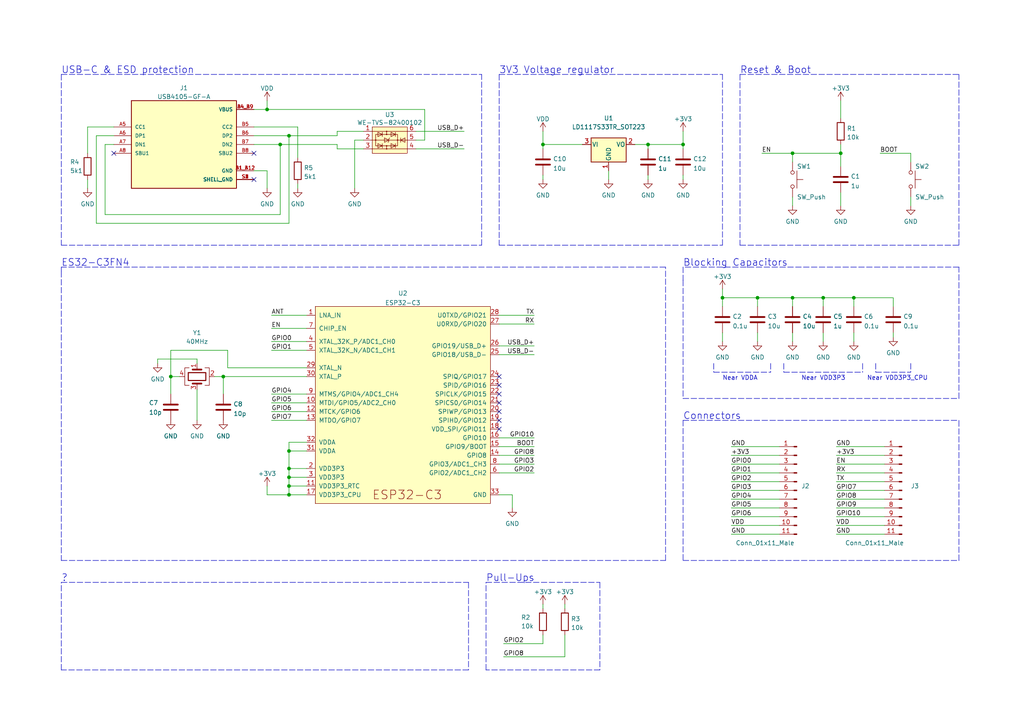
<source format=kicad_sch>
(kicad_sch (version 20211123) (generator eeschema)
  (paper "A4")
  (title_block (title "ESP32-C3 Nano") (date "2022-05-26") (rev "1") (comment 1 "External 10k pull-up on GPIO8 & GPIO2") (comment 2 "Internal weak pull-up on GPIO9 (BOOT)"))
  (lib_symbols
    (symbol "Connector:Conn_01x11_Male" (pin_names (offset 1.016) hide)
      (property "Reference" "J" (at 0 15.24 0))
      (property "Value" "Conn_01x11_Male" (at 0 -15.24 0))
      (symbol "Conn_01x11_Male_1_1"
        (polyline (pts (xy 1.27 -12.7) (xy 0.8636 -12.7)) (stroke (width 0.1524)))
        (polyline (pts (xy 1.27 -10.16) (xy 0.8636 -10.16)) (stroke (width 0.1524)))
        (polyline (pts (xy 1.27 -7.62) (xy 0.8636 -7.62)) (stroke (width 0.1524)))
        (polyline (pts (xy 1.27 -5.08) (xy 0.8636 -5.08)) (stroke (width 0.1524)))
        (polyline (pts (xy 1.27 -2.54) (xy 0.8636 -2.54)) (stroke (width 0.1524)))
        (polyline (pts (xy 1.27 0) (xy 0.8636 0)) (stroke (width 0.1524)))
        (polyline (pts (xy 1.27 2.54) (xy 0.8636 2.54)) (stroke (width 0.1524)))
        (polyline (pts (xy 1.27 5.08) (xy 0.8636 5.08)) (stroke (width 0.1524)))
        (polyline (pts (xy 1.27 7.62) (xy 0.8636 7.62)) (stroke (width 0.1524)))
        (polyline (pts (xy 1.27 10.16) (xy 0.8636 10.16)) (stroke (width 0.1524)))
        (polyline (pts (xy 1.27 12.7) (xy 0.8636 12.7)) (stroke (width 0.1524)))
        (rectangle (start 0.8636 -12.573) (end 0 -12.827) (stroke (width 0.1524)) (fill (type outline)))
        (rectangle (start 0.8636 -10.033) (end 0 -10.287) (stroke (width 0.1524)) (fill (type outline)))
        (rectangle (start 0.8636 -7.493) (end 0 -7.747) (stroke (width 0.1524)) (fill (type outline)))
        (rectangle (start 0.8636 -4.953) (end 0 -5.207) (stroke (width 0.1524)) (fill (type outline)))
        (rectangle (start 0.8636 -2.413) (end 0 -2.667) (stroke (width 0.1524)) (fill (type outline)))
        (rectangle (start 0.8636 0.127) (end 0 -0.127) (stroke (width 0.1524)) (fill (type outline)))
        (rectangle (start 0.8636 2.667) (end 0 2.413) (stroke (width 0.1524)) (fill (type outline)))
        (rectangle (start 0.8636 5.207) (end 0 4.953) (stroke (width 0.1524)) (fill (type outline)))
        (rectangle (start 0.8636 7.747) (end 0 7.493) (stroke (width 0.1524)) (fill (type outline)))
        (rectangle (start 0.8636 10.287) (end 0 10.033) (stroke (width 0.1524)) (fill (type outline)))
        (rectangle (start 0.8636 12.827) (end 0 12.573) (stroke (width 0.1524)) (fill (type outline)))
        (pin passive line (at 5.08 12.7 180) (length 3.81) (name "Pin_1") (number "1"))
        (pin passive line (at 5.08 -10.16 180) (length 3.81) (name "Pin_10") (number "10"))
        (pin passive line (at 5.08 -12.7 180) (length 3.81) (name "Pin_11") (number "11"))
        (pin passive line (at 5.08 10.16 180) (length 3.81) (name "Pin_2") (number "2"))
        (pin passive line (at 5.08 7.62 180) (length 3.81) (name "Pin_3") (number "3"))
        (pin passive line (at 5.08 5.08 180) (length 3.81) (name "Pin_4") (number "4"))
        (pin passive line (at 5.08 2.54 180) (length 3.81) (name "Pin_5") (number "5"))
        (pin passive line (at 5.08 0 180) (length 3.81) (name "Pin_6") (number "6"))
        (pin passive line (at 5.08 -2.54 180) (length 3.81) (name "Pin_7") (number "7"))
        (pin passive line (at 5.08 -5.08 180) (length 3.81) (name "Pin_8") (number "8"))
        (pin passive line (at 5.08 -7.62 180) (length 3.81) (name "Pin_9") (number "9"))
      )
    )
    (symbol "Device:C" (pin_numbers hide) (pin_names (offset 0.254))
      (property "Reference" "C" (at 0.635 2.54 0))
      (property "Value" "C" (at 0.635 -2.54 0))
      (symbol "C_0_1"
        (polyline (pts (xy -2.032 -0.762) (xy 2.032 -0.762)) (stroke (width 0.508)))
        (polyline (pts (xy -2.032 0.762) (xy 2.032 0.762)) (stroke (width 0.508)))
      )
      (symbol "C_1_1"
        (pin passive line (at 0 3.81 270) (length 2.794) (name "~") (number "1"))
        (pin passive line (at 0 -3.81 90) (length 2.794) (name "~") (number "2"))
      )
    )
    (symbol "Device:Crystal_GND24" (pin_names (offset 1.016) hide)
      (property "Reference" "Y" (at 3.175 5.08 0))
      (property "Value" "Crystal_GND24" (at 3.175 3.175 0))
      (symbol "Crystal_GND24_0_1"
        (rectangle (start -1.143 2.54) (end 1.143 -2.54) (stroke (width 0.3048)))
        (polyline (pts (xy -2.54 0) (xy -2.032 0)))
        (polyline (pts (xy -2.032 -1.27) (xy -2.032 1.27)) (stroke (width 0.508)))
        (polyline (pts (xy 0 -3.81) (xy 0 -3.556)))
        (polyline (pts (xy 0 3.556) (xy 0 3.81)))
        (polyline (pts (xy 2.032 -1.27) (xy 2.032 1.27)) (stroke (width 0.508)))
        (polyline (pts (xy 2.032 0) (xy 2.54 0)))
        (polyline (pts (xy -2.54 -2.286) (xy -2.54 -3.556) (xy 2.54 -3.556) (xy 2.54 -2.286)))
        (polyline (pts (xy -2.54 2.286) (xy -2.54 3.556) (xy 2.54 3.556) (xy 2.54 2.286)))
      )
      (symbol "Crystal_GND24_1_1"
        (pin passive line (at -3.81 0 0) (length 1.27) (name "1") (number "1"))
        (pin passive line (at 0 5.08 270) (length 1.27) (name "2") (number "2"))
        (pin passive line (at 3.81 0 180) (length 1.27) (name "3") (number "3"))
        (pin passive line (at 0 -5.08 90) (length 1.27) (name "4") (number "4"))
      )
    )
    (symbol "Device:R" (pin_numbers hide) (pin_names (offset 0))
      (property "Reference" "R" (at 2.032 0 90))
      (property "Value" "R" (at 0 0 90))
      (symbol "R_0_1"
        (rectangle (start -1.016 -2.54) (end 1.016 2.54) (stroke (width 0.254)))
      )
      (symbol "R_1_1"
        (pin passive line (at 0 3.81 270) (length 1.27) (name "~") (number "1"))
        (pin passive line (at 0 -3.81 90) (length 1.27) (name "~") (number "2"))
      )
    )
    (symbol "Espressif:ESP32-C3" (pin_names (offset 1.016))
      (property "Reference" "U" (at 0 31.75 0))
      (property "Value" "ESP32-C3" (at 0 -27.94 0))
      (symbol "ESP32-C3_0_0"
        (text "ESP32-C3" (at 1.27 -24.13 0) (effects (font (size 2.54 2.54))))
        (pin bidirectional line (at -27.94 27.94 0) (length 2.54) (name "LNA_IN") (number "1"))
        (pin bidirectional line (at -27.94 2.54 0) (length 2.54) (name "MTDI/GPIO5/ADC2_CH0") (number "10"))
        (pin power_in line (at -27.94 -21.59 0) (length 2.54) (name "VDD3P3_RTC") (number "11"))
        (pin bidirectional line (at -27.94 0 0) (length 2.54) (name "MTCK/GPIO6") (number "12"))
        (pin bidirectional line (at -27.94 -2.54 0) (length 2.54) (name "MTDO/GPIO7") (number "13"))
        (pin bidirectional line (at 27.94 -12.7 180) (length 2.54) (name "GPIO8") (number "14"))
        (pin bidirectional line (at 27.94 -10.16 180) (length 2.54) (name "GPIO9/BOOT") (number "15"))
        (pin bidirectional line (at 27.94 -7.62 180) (length 2.54) (name "GPIO10") (number "16"))
        (pin power_in line (at -27.94 -24.13 0) (length 2.54) (name "VDD3P3_CPU") (number "17"))
        (pin bidirectional line (at 27.94 -5.08 180) (length 2.54) (name "VDD_SPI/GPIO11") (number "18"))
        (pin bidirectional line (at 27.94 -2.54 180) (length 2.54) (name "SPIHD/GPIO12") (number "19"))
        (pin power_in line (at -27.94 -16.51 0) (length 2.54) (name "VDD3P3") (number "2"))
        (pin bidirectional line (at 27.94 0 180) (length 2.54) (name "SPIWP/GPIO13") (number "20"))
        (pin bidirectional line (at 27.94 2.54 180) (length 2.54) (name "SPICS0/GPIO14") (number "21"))
        (pin bidirectional line (at 27.94 5.08 180) (length 2.54) (name "SPICLK/GPIO15") (number "22"))
        (pin bidirectional line (at 27.94 7.62 180) (length 2.54) (name "SPID/GPIO16") (number "23"))
        (pin bidirectional line (at 27.94 10.16 180) (length 2.54) (name "SPIQ/GPIO17") (number "24"))
        (pin bidirectional line (at 27.94 16.51 180) (length 2.54) (name "GPIO18/USB_D-") (number "25"))
        (pin bidirectional line (at 27.94 19.05 180) (length 2.54) (name "GPIO19/USB_D+") (number "26"))
        (pin bidirectional line (at 27.94 25.4 180) (length 2.54) (name "U0RXD/GPIO20") (number "27"))
        (pin bidirectional line (at 27.94 27.94 180) (length 2.54) (name "U0TXD/GPIO21") (number "28"))
        (pin output line (at -27.94 12.7 0) (length 2.54) (name "XTAL_N") (number "29"))
        (pin power_in line (at -27.94 -19.05 0) (length 2.54) (name "VDD3P3") (number "3"))
        (pin input line (at -27.94 10.16 0) (length 2.54) (name "XTAL_P") (number "30"))
        (pin power_in line (at -27.94 -11.43 0) (length 2.54) (name "VDDA") (number "31"))
        (pin power_in line (at -27.94 -8.89 0) (length 2.54) (name "VDDA") (number "32"))
        (pin power_in line (at 27.94 -24.13 180) (length 2.54) (name "GND") (number "33"))
        (pin output line (at -27.94 20.32 0) (length 2.54) (name "XTAL_32K_P/ADC1_CH0") (number "4"))
        (pin input line (at -27.94 17.78 0) (length 2.54) (name "XTAL_32K_N/ADC1_CH1") (number "5"))
        (pin bidirectional line (at 27.94 -17.78 180) (length 2.54) (name "GPIO2/ADC1_CH2") (number "6"))
        (pin input line (at -27.94 24.13 0) (length 2.54) (name "CHIP_EN") (number "7"))
        (pin bidirectional line (at 27.94 -15.24 180) (length 2.54) (name "GPIO3/ADC1_CH3") (number "8"))
        (pin bidirectional line (at -27.94 5.08 0) (length 2.54) (name "MTMS/GPIO4/ADC1_CH4") (number "9"))
      )
      (symbol "ESP32-C3_0_1"
        (rectangle (start -25.4 30.48) (end 25.4 -26.67) (fill (type background)))
      )
    )
    (symbol "Power_Protection:WE-TVS-82400102"
      (property "Reference" "U" (at 0 7.62 0))
      (property "Value" "WE-TVS-82400102" (at 0 5.08 0))
      (symbol "WE-TVS-82400102_0_1"
        (rectangle (start -5.08 3.81) (end 5.08 -3.81) (fill (type background)))
        (circle (center -4.064 0) (radius 0.127))
        (rectangle (start -4.064 1.651) (end 2.286 -1.651))
        (circle (center -0.889 -2.54) (radius 0.127))
        (circle (center -0.889 -1.651) (radius 0.127))
        (circle (center -0.889 1.651) (radius 0.127))
        (circle (center -0.889 2.54) (radius 0.127))
        (polyline (pts (xy -5.08 -2.54) (xy 5.08 -2.54)))
        (polyline (pts (xy -5.08 2.54) (xy 5.08 2.54)))
        (polyline (pts (xy -4.064 0) (xy -5.08 0)))
        (polyline (pts (xy -4.064 0) (xy 2.286 0)) (fill (type outline)))
        (polyline (pts (xy -2.159 -1.016) (xy -2.159 -2.286)))
        (polyline (pts (xy -2.159 2.286) (xy -2.159 1.016)))
        (polyline (pts (xy -0.889 -1.651) (xy -0.889 -2.413)))
        (polyline (pts (xy -0.889 1.651) (xy -0.889 2.54)))
        (polyline (pts (xy -0.508 -0.635) (xy -0.508 -0.635)))
        (polyline (pts (xy 1.651 -1.016) (xy 1.651 -2.286)))
        (polyline (pts (xy 1.651 2.286) (xy 1.651 1.016)))
        (polyline (pts (xy 2.286 0) (xy 5.08 0)))
        (polyline (pts (xy -3.429 -1.016) (xy -3.429 -2.286) (xy -2.159 -1.651) (xy -3.429 -1.016)))
        (polyline (pts (xy -3.429 1.016) (xy -3.429 2.286) (xy -2.159 1.651) (xy -3.429 1.016)))
        (polyline (pts (xy 0 0.635) (xy -0.254 0.381) (xy -0.254 -0.381) (xy -0.508 -0.635)))
        (polyline (pts (xy 0.381 -1.016) (xy 0.381 -2.286) (xy 1.651 -1.651) (xy 0.381 -1.016)))
        (polyline (pts (xy 0.381 1.016) (xy 0.381 2.286) (xy 1.651 1.651) (xy 0.381 1.016)))
        (circle (center 2.286 0) (radius 0.127))
      )
      (symbol "WE-TVS-82400102_1_1"
        (polyline (pts (xy 3.175 0.635) (xy 3.175 -0.635)))
        (polyline (pts (xy -1.524 0.635) (xy -1.524 -0.635) (xy -0.254 0) (xy -1.524 0.635)))
        (polyline (pts (xy 4.445 0.635) (xy 4.445 -0.635) (xy 3.175 0) (xy 4.445 0.635)))
        (pin passive line (at -7.62 2.54 0) (length 2.54) (name "~") (number "1"))
        (pin passive line (at -7.62 0 0) (length 2.54) (name "~") (number "2"))
        (pin passive line (at -7.62 -2.54 0) (length 2.54) (name "~") (number "3"))
        (pin passive line (at 7.62 -2.54 180) (length 2.54) (name "~") (number "4"))
        (pin passive line (at 7.62 0 180) (length 2.54) (name "~") (number "5"))
        (pin passive line (at 7.62 2.54 180) (length 2.54) (name "~") (number "6"))
      )
    )
    (symbol "Regulator_Linear:LD1117S33TR_SOT223" (pin_names (offset 0.254))
      (property "Reference" "U" (at -3.81 3.175 0))
      (property "Value" "LD1117S33TR_SOT223" (at 0 3.175 0))
      (symbol "LD1117S33TR_SOT223_0_1"
        (rectangle (start -5.08 -5.08) (end 5.08 1.905) (stroke (width 0.254)) (fill (type background)))
      )
      (symbol "LD1117S33TR_SOT223_1_1"
        (pin power_in line (at 0 -7.62 90) (length 2.54) (name "GND") (number "1"))
        (pin power_out line (at 7.62 0 180) (length 2.54) (name "VO") (number "2"))
        (pin power_in line (at -7.62 0 0) (length 2.54) (name "VI") (number "3"))
      )
    )
    (symbol "Switch:SW_Push" (pin_numbers hide) (pin_names (offset 1.016) hide)
      (property "Reference" "SW" (at 1.27 2.54 0))
      (property "Value" "SW_Push" (at 0 -1.524 0))
      (symbol "SW_Push_0_1"
        (circle (center -2.032 0) (radius 0.508))
        (polyline (pts (xy 0 1.27) (xy 0 3.048)))
        (polyline (pts (xy 2.54 1.27) (xy -2.54 1.27)))
        (circle (center 2.032 0) (radius 0.508))
        (pin passive line (at -5.08 0 0) (length 2.54) (name "1") (number "1"))
        (pin passive line (at 5.08 0 180) (length 2.54) (name "2") (number "2"))
      )
    )
    (symbol "USB4105-GF-A:USB4105-GF-A" (pin_names (offset 1.016))
      (property "Reference" "J" (at -15.24 13.97 0))
      (property "Value" "USB4105-GF-A" (at -15.24 -15.24 0))
      (symbol "USB4105-GF-A_0_0"
        (rectangle (start -15.24 -12.7) (end 15.24 12.7) (stroke (width 0.254)) (fill (type background)))
        (pin power_in line (at 20.32 -7.62 180) (length 5.08) (name "GND") (number "A1_B12"))
        (pin power_in line (at 20.32 10.16 180) (length 5.08) (name "VBUS") (number "A4_B9"))
        (pin bidirectional line (at -20.32 5.08 0) (length 5.08) (name "CC1") (number "A5"))
        (pin bidirectional line (at -20.32 2.54 0) (length 5.08) (name "DP1") (number "A6"))
        (pin bidirectional line (at -20.32 0 0) (length 5.08) (name "DN1") (number "A7"))
        (pin bidirectional line (at -20.32 -2.54 0) (length 5.08) (name "SBU1") (number "A8"))
        (pin power_in line (at 20.32 -7.62 180) (length 5.08) (name "GND") (number "B1_A12"))
        (pin power_in line (at 20.32 10.16 180) (length 5.08) (name "VBUS") (number "B4_A9"))
        (pin bidirectional line (at 20.32 5.08 180) (length 5.08) (name "CC2") (number "B5"))
        (pin bidirectional line (at 20.32 2.54 180) (length 5.08) (name "DP2") (number "B6"))
        (pin bidirectional line (at 20.32 0 180) (length 5.08) (name "DN2") (number "B7"))
        (pin bidirectional line (at 20.32 -2.54 180) (length 5.08) (name "SBU2") (number "B8"))
        (pin power_in line (at 20.32 -10.16 180) (length 5.08) (name "SHELL_GND") (number "S1"))
        (pin power_in line (at 20.32 -10.16 180) (length 5.08) (name "SHELL_GND") (number "S2"))
        (pin power_in line (at 20.32 -10.16 180) (length 5.08) (name "SHELL_GND") (number "S3"))
        (pin power_in line (at 20.32 -10.16 180) (length 5.08) (name "SHELL_GND") (number "S4"))
      )
    )
    (symbol "power:+3V3" (power) (pin_names (offset 0))
      (property "Value" "+3V3" (at 0 3.556 0))
      (symbol "+3V3_0_1"
        (polyline (pts (xy -0.762 1.27) (xy 0 2.54)))
        (polyline (pts (xy 0 0) (xy 0 2.54)))
        (polyline (pts (xy 0 2.54) (xy 0.762 1.27)))
      )
      (symbol "+3V3_1_1"
        (pin power_in line (at 0 0 90) (length 0) hide (name "+3V3") (number "1"))
      )
    )
    (symbol "power:GND" (power) (pin_names (offset 0))
      (property "Value" "GND" (at 0 -3.81 0))
      (symbol "GND_0_1"
        (polyline (pts (xy 0 0) (xy 0 -1.27) (xy 1.27 -1.27) (xy 0 -2.54) (xy -1.27 -1.27) (xy 0 -1.27)))
      )
      (symbol "GND_1_1"
        (pin power_in line (at 0 0 270) (length 0) hide (name "GND") (number "1"))
      )
    )
    (symbol "power:VDD" (power) (pin_names (offset 0))
      (property "Value" "VDD" (at 0 3.81 0))
      (symbol "VDD_0_1"
        (polyline (pts (xy -0.762 1.27) (xy 0 2.54)))
        (polyline (pts (xy 0 0) (xy 0 2.54)))
        (polyline (pts (xy 0 2.54) (xy 0.762 1.27)))
      )
      (symbol "VDD_1_1"
        (pin power_in line (at 0 0 90) (length 0) hide (name "VDD") (number "1"))
      )
    )
  )
  (junction (at 157.48 41.91))
  (junction (at 83.82 135.89))
  (junction (at 229.87 86.36))
  (junction (at 238.76 86.36))
  (junction (at 219.71 86.36))
  (junction (at 81.28 41.91))
  (junction (at 83.82 39.37))
  (junction (at 187.96 41.91))
  (junction (at 77.47 31.75))
  (junction (at 64.77 109.22))
  (junction (at 198.12 41.91))
  (junction (at 247.65 86.36))
  (junction (at 83.82 130.81))
  (junction (at 243.84 44.45))
  (junction (at 49.53 109.22))
  (junction (at 229.87 44.45))
  (junction (at 209.55 86.36))
  (junction (at 83.82 138.43))
  (junction (at 83.82 140.97))
  (junction (at 83.82 143.51))
  (no_connect (at 144.78 121.92))
  (no_connect (at 33.02 44.45))
  (no_connect (at 73.66 52.07))
  (no_connect (at 73.66 44.45))
  (no_connect (at 144.78 111.76))
  (no_connect (at 144.78 116.84))
  (no_connect (at 144.78 119.38))
  (no_connect (at 144.78 114.3))
  (no_connect (at 144.78 109.22))
  (no_connect (at 144.78 124.46))
  (wire (pts (xy 77.47 49.53) (xy 73.66 49.53)))
  (wire (pts (xy 242.57 142.24) (xy 256.54 142.24)))
  (wire (pts (xy 83.82 128.27) (xy 83.82 130.81)))
  (wire (pts (xy 77.47 143.51) (xy 83.82 143.51)))
  (polyline (pts (xy 223.52 105.41) (xy 223.52 107.95)))
  (wire (pts (xy 229.87 86.36) (xy 229.87 88.9)))
  (polyline (pts (xy 17.78 71.12) (xy 139.7 71.12)))
  (wire (pts (xy 25.4 52.07) (xy 25.4 54.61)))
  (wire (pts (xy 86.36 53.34) (xy 86.36 54.61)))
  (polyline (pts (xy 135.89 194.31) (xy 17.78 194.31)))
  (polyline (pts (xy 207.01 107.95) (xy 223.52 107.95)))
  (wire (pts (xy 88.9 143.51) (xy 83.82 143.51)))
  (wire (pts (xy 77.47 140.97) (xy 77.47 143.51)))
  (wire (pts (xy 83.82 135.89) (xy 83.82 138.43)))
  (wire (pts (xy 97.79 39.37) (xy 97.79 38.1)))
  (wire (pts (xy 64.77 109.22) (xy 64.77 114.3)))
  (wire (pts (xy 86.36 45.72) (xy 86.36 36.83)))
  (polyline (pts (xy 278.13 77.47) (xy 198.12 77.47)))
  (wire (pts (xy 212.09 144.78) (xy 226.06 144.78)))
  (polyline (pts (xy 139.7 71.12) (xy 139.7 21.59)))
  (wire (pts (xy 157.48 38.1) (xy 157.48 41.91)))
  (wire (pts (xy 157.48 41.91) (xy 157.48 43.18)))
  (polyline (pts (xy 254 107.95) (xy 264.16 107.95)))
  (wire (pts (xy 242.57 132.08) (xy 256.54 132.08)))
  (wire (pts (xy 242.57 137.16) (xy 256.54 137.16)))
  (wire (pts (xy 144.78 102.87) (xy 154.94 102.87)))
  (wire (pts (xy 259.08 86.36) (xy 259.08 88.9)))
  (polyline (pts (xy 198.12 121.92) (xy 198.12 162.56)))
  (wire (pts (xy 259.08 96.52) (xy 259.08 97.79)))
  (polyline (pts (xy 214.63 71.12) (xy 278.13 71.12)))
  (wire (pts (xy 238.76 96.52) (xy 238.76 99.06)))
  (polyline (pts (xy 17.78 162.56) (xy 193.04 162.56)))
  (polyline (pts (xy 209.55 71.12) (xy 209.55 21.59)))
  (wire (pts (xy 209.55 88.9) (xy 209.55 86.36)))
  (polyline (pts (xy 227.33 107.95) (xy 250.19 107.95)))
  (polyline (pts (xy 198.12 81.28) (xy 198.12 115.57)))
  (polyline (pts (xy 198.12 77.47) (xy 198.12 81.28)))
  (wire (pts (xy 148.59 143.51) (xy 144.78 143.51)))
  (wire (pts (xy 157.48 41.91) (xy 168.91 41.91)))
  (wire (pts (xy 66.04 106.68) (xy 66.04 101.6)))
  (wire (pts (xy 49.53 109.22) (xy 49.53 114.3)))
  (wire (pts (xy 209.55 86.36) (xy 219.71 86.36)))
  (polyline (pts (xy 198.12 121.92) (xy 278.13 121.92)))
  (wire (pts (xy 242.57 129.54) (xy 256.54 129.54)))
  (wire (pts (xy 33.02 39.37) (xy 27.94 39.37)))
  (wire (pts (xy 120.65 38.1) (xy 134.62 38.1)))
  (wire (pts (xy 123.19 31.75) (xy 123.19 40.64)))
  (wire (pts (xy 247.65 86.36) (xy 247.65 88.9)))
  (polyline (pts (xy 17.78 77.47) (xy 17.78 78.74)))
  (wire (pts (xy 33.02 41.91) (xy 30.48 41.91)))
  (wire (pts (xy 242.57 154.94) (xy 256.54 154.94)))
  (wire (pts (xy 209.55 83.82) (xy 209.55 86.36)))
  (wire (pts (xy 212.09 142.24) (xy 226.06 142.24)))
  (wire (pts (xy 163.83 184.15) (xy 163.83 190.5)))
  (wire (pts (xy 78.74 121.92) (xy 88.9 121.92)))
  (wire (pts (xy 212.09 152.4) (xy 226.06 152.4)))
  (wire (pts (xy 187.96 50.8) (xy 187.96 52.07)))
  (wire (pts (xy 255.27 44.45) (xy 264.16 44.45)))
  (wire (pts (xy 25.4 36.83) (xy 33.02 36.83)))
  (wire (pts (xy 73.66 39.37) (xy 83.82 39.37)))
  (wire (pts (xy 78.74 99.06) (xy 88.9 99.06)))
  (wire (pts (xy 242.57 149.86) (xy 256.54 149.86)))
  (wire (pts (xy 219.71 96.52) (xy 219.71 99.06)))
  (polyline (pts (xy 193.04 162.56) (xy 193.04 77.47)))
  (wire (pts (xy 62.23 109.22) (xy 64.77 109.22)))
  (wire (pts (xy 81.28 41.91) (xy 81.28 62.23)))
  (polyline (pts (xy 140.97 168.91) (xy 173.99 168.91)))
  (polyline (pts (xy 254 105.41) (xy 254 107.95)))
  (wire (pts (xy 264.16 44.45) (xy 264.16 46.99)))
  (wire (pts (xy 198.12 38.1) (xy 198.12 41.91)))
  (wire (pts (xy 25.4 44.45) (xy 25.4 36.83)))
  (wire (pts (xy 242.57 139.7) (xy 256.54 139.7)))
  (wire (pts (xy 157.48 186.69) (xy 157.48 184.15)))
  (wire (pts (xy 247.65 96.52) (xy 247.65 99.06)))
  (wire (pts (xy 57.15 105.41) (xy 57.15 104.14)))
  (wire (pts (xy 78.74 91.44) (xy 88.9 91.44)))
  (wire (pts (xy 243.84 55.88) (xy 243.84 59.69)))
  (wire (pts (xy 30.48 62.23) (xy 81.28 62.23)))
  (polyline (pts (xy 173.99 168.91) (xy 173.99 194.31)))
  (wire (pts (xy 212.09 139.7) (xy 226.06 139.7)))
  (polyline (pts (xy 17.78 21.59) (xy 17.78 71.12)))
  (wire (pts (xy 105.41 40.64) (xy 102.87 40.64)))
  (wire (pts (xy 97.79 41.91) (xy 81.28 41.91)))
  (polyline (pts (xy 17.78 78.74) (xy 17.78 162.56)))
  (wire (pts (xy 77.47 31.75) (xy 73.66 31.75)))
  (polyline (pts (xy 278.13 162.56) (xy 278.13 121.92)))
  (wire (pts (xy 66.04 106.68) (xy 88.9 106.68)))
  (polyline (pts (xy 144.78 21.59) (xy 144.78 71.12)))
  (wire (pts (xy 144.78 132.08) (xy 154.94 132.08)))
  (wire (pts (xy 247.65 86.36) (xy 259.08 86.36)))
  (wire (pts (xy 229.87 86.36) (xy 238.76 86.36)))
  (wire (pts (xy 144.78 100.33) (xy 154.94 100.33)))
  (polyline (pts (xy 135.89 168.91) (xy 135.89 194.31)))
  (wire (pts (xy 212.09 134.62) (xy 226.06 134.62)))
  (polyline (pts (xy 193.04 77.47) (xy 17.78 77.47)))
  (wire (pts (xy 57.15 104.14) (xy 45.72 104.14)))
  (wire (pts (xy 242.57 147.32) (xy 256.54 147.32)))
  (wire (pts (xy 163.83 190.5) (xy 146.05 190.5)))
  (wire (pts (xy 212.09 137.16) (xy 226.06 137.16)))
  (polyline (pts (xy 17.78 168.91) (xy 135.89 168.91)))
  (polyline (pts (xy 198.12 115.57) (xy 278.13 115.57)))
  (wire (pts (xy 144.78 137.16) (xy 154.94 137.16)))
  (wire (pts (xy 86.36 36.83) (xy 73.66 36.83)))
  (polyline (pts (xy 207.01 105.41) (xy 207.01 107.95)))
  (polyline (pts (xy 214.63 21.59) (xy 278.13 21.59)))
  (wire (pts (xy 198.12 50.8) (xy 198.12 52.07)))
  (wire (pts (xy 49.53 101.6) (xy 49.53 109.22)))
  (wire (pts (xy 78.74 116.84) (xy 88.9 116.84)))
  (polyline (pts (xy 173.99 194.31) (xy 140.97 194.31)))
  (wire (pts (xy 57.15 113.03) (xy 57.15 121.92)))
  (wire (pts (xy 243.84 41.91) (xy 243.84 44.45)))
  (wire (pts (xy 219.71 86.36) (xy 229.87 86.36)))
  (wire (pts (xy 148.59 147.32) (xy 148.59 143.51)))
  (wire (pts (xy 187.96 41.91) (xy 187.96 43.18)))
  (wire (pts (xy 144.78 134.62) (xy 154.94 134.62)))
  (wire (pts (xy 242.57 152.4) (xy 256.54 152.4)))
  (polyline (pts (xy 144.78 21.59) (xy 209.55 21.59)))
  (wire (pts (xy 45.72 104.14) (xy 45.72 105.41)))
  (wire (pts (xy 83.82 39.37) (xy 97.79 39.37)))
  (wire (pts (xy 144.78 93.98) (xy 154.94 93.98)))
  (wire (pts (xy 212.09 147.32) (xy 226.06 147.32)))
  (wire (pts (xy 243.84 29.21) (xy 243.84 34.29)))
  (wire (pts (xy 229.87 96.52) (xy 229.87 99.06)))
  (wire (pts (xy 238.76 86.36) (xy 247.65 86.36)))
  (wire (pts (xy 220.98 44.45) (xy 229.87 44.45)))
  (wire (pts (xy 77.47 31.75) (xy 123.19 31.75)))
  (wire (pts (xy 144.78 129.54) (xy 154.94 129.54)))
  (wire (pts (xy 146.05 186.69) (xy 157.48 186.69)))
  (wire (pts (xy 83.82 135.89) (xy 88.9 135.89)))
  (wire (pts (xy 157.48 50.8) (xy 157.48 52.07)))
  (wire (pts (xy 243.84 44.45) (xy 243.84 48.26)))
  (wire (pts (xy 77.47 29.21) (xy 77.47 31.75)))
  (wire (pts (xy 83.82 138.43) (xy 88.9 138.43)))
  (wire (pts (xy 264.16 57.15) (xy 264.16 59.69)))
  (wire (pts (xy 78.74 119.38) (xy 88.9 119.38)))
  (wire (pts (xy 176.53 49.53) (xy 176.53 52.07)))
  (polyline (pts (xy 227.33 105.41) (xy 227.33 107.95)))
  (wire (pts (xy 120.65 43.18) (xy 134.62 43.18)))
  (wire (pts (xy 212.09 132.08) (xy 226.06 132.08)))
  (wire (pts (xy 157.48 175.26) (xy 157.48 176.53)))
  (polyline (pts (xy 144.78 71.12) (xy 209.55 71.12)))
  (wire (pts (xy 242.57 144.78) (xy 256.54 144.78)))
  (wire (pts (xy 144.78 91.44) (xy 154.94 91.44)))
  (wire (pts (xy 238.76 86.36) (xy 238.76 88.9)))
  (wire (pts (xy 97.79 43.18) (xy 97.79 41.91)))
  (wire (pts (xy 49.53 109.22) (xy 52.07 109.22)))
  (wire (pts (xy 30.48 41.91) (xy 30.48 62.23)))
  (wire (pts (xy 78.74 101.6) (xy 88.9 101.6)))
  (wire (pts (xy 229.87 44.45) (xy 229.87 46.99)))
  (wire (pts (xy 88.9 140.97) (xy 83.82 140.97)))
  (polyline (pts (xy 278.13 71.12) (xy 278.13 21.59)))
  (polyline (pts (xy 264.16 105.41) (xy 264.16 107.95)))
  (wire (pts (xy 242.57 134.62) (xy 256.54 134.62)))
  (polyline (pts (xy 214.63 21.59) (xy 214.63 71.12)))
  (wire (pts (xy 212.09 149.86) (xy 226.06 149.86)))
  (wire (pts (xy 123.19 40.64) (xy 120.65 40.64)))
  (wire (pts (xy 78.74 95.25) (xy 88.9 95.25)))
  (wire (pts (xy 105.41 43.18) (xy 97.79 43.18)))
  (polyline (pts (xy 140.97 194.31) (xy 140.97 168.91)))
  (wire (pts (xy 83.82 130.81) (xy 83.82 135.89)))
  (wire (pts (xy 209.55 96.52) (xy 209.55 99.06)))
  (wire (pts (xy 187.96 41.91) (xy 184.15 41.91)))
  (wire (pts (xy 229.87 44.45) (xy 243.84 44.45)))
  (wire (pts (xy 198.12 41.91) (xy 198.12 43.18)))
  (wire (pts (xy 144.78 127) (xy 154.94 127)))
  (polyline (pts (xy 17.78 21.59) (xy 139.7 21.59)))
  (wire (pts (xy 77.47 54.61) (xy 77.47 49.53)))
  (wire (pts (xy 187.96 41.91) (xy 198.12 41.91)))
  (wire (pts (xy 163.83 175.26) (xy 163.83 176.53)))
  (polyline (pts (xy 278.13 115.57) (xy 278.13 77.47)))
  (polyline (pts (xy 250.19 105.41) (xy 250.19 107.95)))
  (wire (pts (xy 83.82 39.37) (xy 83.82 64.77)))
  (wire (pts (xy 83.82 128.27) (xy 88.9 128.27)))
  (wire (pts (xy 219.71 86.36) (xy 219.71 88.9)))
  (polyline (pts (xy 17.78 194.31) (xy 17.78 168.91)))
  (wire (pts (xy 229.87 57.15) (xy 229.87 59.69)))
  (wire (pts (xy 83.82 143.51) (xy 83.82 140.97)))
  (wire (pts (xy 83.82 138.43) (xy 83.82 140.97)))
  (wire (pts (xy 102.87 40.64) (xy 102.87 54.61)))
  (wire (pts (xy 97.79 38.1) (xy 105.41 38.1)))
  (polyline (pts (xy 198.12 162.56) (xy 278.13 162.56)))
  (wire (pts (xy 66.04 101.6) (xy 49.53 101.6)))
  (wire (pts (xy 27.94 39.37) (xy 27.94 64.77)))
  (wire (pts (xy 83.82 130.81) (xy 88.9 130.81)))
  (wire (pts (xy 73.66 41.91) (xy 81.28 41.91)))
  (wire (pts (xy 27.94 64.77) (xy 83.82 64.77)))
  (wire (pts (xy 78.74 114.3) (xy 88.9 114.3)))
  (wire (pts (xy 212.09 154.94) (xy 226.06 154.94)))
  (wire (pts (xy 212.09 129.54) (xy 226.06 129.54)))
  (wire (pts (xy 64.77 109.22) (xy 88.9 109.22)))
  (text "Near VDD3P3_CPU" (at 251.46 110.49 0) (effects (font (size 1.27 1.27)) (justify left bottom)))
  (text "Reset & Boot" (at 214.63 21.59 0) (effects (font (size 2 2)) (justify left bottom)))
  (text "ES32-C3FN4" (at 17.78 77.47 0) (effects (font (size 2 2)) (justify left bottom)))
  (text "?" (at 17.78 168.91 0) (effects (font (size 2 2)) (justify left bottom)))
  (text "Near VDDA" (at 209.55 110.49 0) (effects (font (size 1.27 1.27)) (justify left bottom)))
  (text "USB-C & ESD protection" (at 17.78 21.59 0) (effects (font (size 2 2)) (justify left bottom)))
  (text "Near VDD3P3" (at 232.41 110.49 0) (effects (font (size 1.27 1.27)) (justify left bottom)))
  (text "3V3 Voltage regulator" (at 144.78 21.59 0) (effects (font (size 2 2)) (justify left bottom)))
  (text "Pull-Ups" (at 140.97 168.91 0) (effects (font (size 2 2)) (justify left bottom)))
  (text "Blocking Capacitors" (at 198.12 77.47 0) (effects (font (size 2 2)) (justify left bottom)))
  (text "Connectors" (at 198.12 121.92 0) (effects (font (size 2 2)) (justify left bottom)))
  (label "GPIO0" (at 212.09 134.62 0))
  (label "GND" (at 242.57 154.94 0))
  (label "GPIO2" (at 146.05 186.69 0))
  (label "BOOT" (at 154.94 129.54 180))
  (label "EN" (at 78.74 95.25 0))
  (label "GPIO5" (at 78.74 116.84 0))
  (label "VDD" (at 242.57 152.4 0))
  (label "GPIO3" (at 154.94 134.62 180))
  (label "TX" (at 242.57 139.7 0))
  (label "GPIO5" (at 212.09 147.32 0))
  (label "GPIO1" (at 212.09 137.16 0))
  (label "+3V3" (at 242.57 132.08 0))
  (label "GND" (at 242.57 129.54 0))
  (label "RX" (at 242.57 137.16 0))
  (label "GPIO10" (at 154.94 127 180))
  (label "GPIO2" (at 154.94 137.16 180))
  (label "GPIO8" (at 154.94 132.08 180))
  (label "USB_D-" (at 134.62 43.18 180))
  (label "GND" (at 212.09 154.94 0))
  (label "GPIO7" (at 242.57 142.24 0))
  (label "GND" (at 212.09 129.54 0))
  (label "GPIO1" (at 78.74 101.6 0))
  (label "GPIO3" (at 212.09 142.24 0))
  (label "GPIO7" (at 78.74 121.92 0))
  (label "USB_D-" (at 154.94 102.87 180))
  (label "GPIO9" (at 242.57 147.32 0))
  (label "EN" (at 220.98 44.45 0))
  (label "ANT" (at 78.74 91.44 0))
  (label "+3V3" (at 212.09 132.08 0))
  (label "GPIO0" (at 78.74 99.06 0))
  (label "GPIO10" (at 242.57 149.86 0))
  (label "TX" (at 154.94 91.44 180))
  (label "USB_D+" (at 134.62 38.1 180))
  (label "GPIO2" (at 212.09 139.7 0))
  (label "GPIO4" (at 78.74 114.3 0))
  (label "GPIO4" (at 212.09 144.78 0))
  (label "BOOT" (at 255.27 44.45 0))
  (label "GPIO8" (at 242.57 144.78 0))
  (label "USB_D+" (at 154.94 100.33 180))
  (label "GPIO8" (at 146.05 190.5 0))
  (label "GPIO6" (at 212.09 149.86 0))
  (label "RX" (at 154.94 93.98 180))
  (label "EN" (at 242.57 134.62 0))
  (label "GPIO6" (at 78.74 119.38 0))
  (label "VDD" (at 212.09 152.4 0))
  (symbol (lib_id "Device:C") (at 243.84 52.07 0) (unit 1)
    (property "Reference" "C1" (at 246.761 51.1615 0) (effects (justify left)))
    (property "Value" "1u" (at 246.761 53.9366 0) (effects (justify left)))
    (property "Footprint" "Capacitor_SMD:C_0603_1608Metric" (effects hide))
  )
  (symbol (lib_id "Device:C") (at 187.96 46.99 0) (unit 1)
    (property "Reference" "C11" (at 190.881 46.0815 0) (effects (justify left)))
    (property "Value" "1u" (at 190.881 48.8566 0) (effects (justify left)))
    (property "Footprint" "Capacitor_SMD:C_0603_1608Metric" (effects hide))
  )
  (symbol (lib_id "power:+3V3") (at 77.47 140.97 0) (unit 1)
    (property "Reference" "#PWR03" (effects hide))
    (property "Value" "+3V3" (at 77.47 137.3655 0))
  )
  (symbol (lib_id "power:GND") (at 229.87 59.69 0) (unit 1)
    (property "Reference" "#PWR0111" (effects hide))
    (property "Value" "GND" (at 229.87 64.2525 0))
  )
  (symbol (lib_id "Device:R") (at 86.36 49.53 0) (unit 1)
    (property "Reference" "R5" (at 88.138 48.6953 0) (effects (justify left)))
    (property "Value" "5k1" (at 88.138 51.2322 0) (effects (justify left)))
    (property "Footprint" "Resistor_SMD:R_0603_1608Metric" (effects hide))
  )
  (symbol (lib_id "power:GND") (at 264.16 59.69 0) (unit 1)
    (property "Reference" "#PWR0112" (effects hide))
    (property "Value" "GND" (at 264.16 64.2525 0))
  )
  (symbol (lib_id "Device:R") (at 243.84 38.1 0) (unit 1)
    (property "Reference" "R1" (at 245.618 37.2653 0) (effects (justify left)))
    (property "Value" "10k" (at 245.618 39.8022 0) (effects (justify left)))
    (property "Footprint" "Resistor_SMD:R_0603_1608Metric" (effects hide))
  )
  (symbol (lib_id "Device:Crystal_GND24") (at 57.15 109.22 270) (unit 1)
    (property "Reference" "Y1" (at 57.15 96.52 90))
    (property "Value" "40MHz" (at 57.15 99.0631 90))
    (property "Footprint" "Crystal:Crystal_SMD_2016-4Pin_2.0x1.6mm" (effects hide))
  )
  (symbol (lib_id "power:GND") (at 57.15 121.92 0) (unit 1)
    (property "Reference" "#PWR0115" (effects hide))
    (property "Value" "GND" (at 57.15 126.4825 0))
  )
  (symbol (lib_id "power:GND") (at 229.87 99.06 0) (unit 1)
    (property "Reference" "#PWR06" (effects hide))
    (property "Value" "GND" (at 229.87 103.6225 0))
  )
  (symbol (lib_id "Device:C") (at 198.12 46.99 0) (unit 1)
    (property "Reference" "C12" (at 201.041 46.0815 0) (effects (justify left)))
    (property "Value" "10u" (at 201.041 48.8566 0) (effects (justify left)))
    (property "Footprint" "Capacitor_SMD:C_0603_1608Metric" (effects hide))
  )
  (symbol (lib_id "power:GND") (at 176.53 52.07 0) (unit 1)
    (property "Reference" "#PWR017" (effects hide))
    (property "Value" "GND" (at 176.53 56.6325 0))
  )
  (symbol (lib_id "Device:C") (at 219.71 92.71 0) (unit 1)
    (property "Reference" "C3" (at 222.631 91.8015 0) (effects (justify left)))
    (property "Value" "10u" (at 222.631 94.5766 0) (effects (justify left)))
    (property "Footprint" "Capacitor_SMD:C_0603_1608Metric" (effects hide))
  )
  (symbol (lib_id "power:GND") (at 259.08 97.79 0) (unit 1)
    (property "Reference" "#PWR016" (effects hide))
    (property "Value" "GND" (at 259.08 102.3525 0))
  )
  (symbol (lib_id "Device:C") (at 238.76 92.71 0) (unit 1)
    (property "Reference" "C5" (at 241.681 91.8015 0) (effects (justify left)))
    (property "Value" "1u" (at 241.681 94.5766 0) (effects (justify left)))
    (property "Footprint" "Capacitor_SMD:C_0603_1608Metric" (effects hide))
  )
  (symbol (lib_id "power:GND") (at 64.77 121.92 0) (unit 1)
    (property "Reference" "#PWR011" (effects hide))
    (property "Value" "GND" (at 64.77 126.4825 0))
  )
  (symbol (lib_id "power:+3V3") (at 198.12 38.1 0) (unit 1)
    (property "Reference" "#PWR0110" (effects hide))
    (property "Value" "+3V3" (at 198.12 34.4955 0))
  )
  (symbol (lib_id "power:GND") (at 209.55 99.06 0) (unit 1)
    (property "Reference" "#PWR04" (effects hide))
    (property "Value" "GND" (at 209.55 103.6225 0))
  )
  (symbol (lib_id "Device:C") (at 247.65 92.71 0) (unit 1)
    (property "Reference" "C6" (at 250.571 91.8015 0) (effects (justify left)))
    (property "Value" "0.1u" (at 250.571 94.5766 0) (effects (justify left)))
    (property "Footprint" "Capacitor_SMD:C_0603_1608Metric" (effects hide))
  )
  (symbol (lib_id "Device:C") (at 64.77 118.11 0) (unit 1)
    (property "Reference" "C8" (at 67.691 117.2015 0) (effects (justify left)))
    (property "Value" "10p" (at 67.691 119.9766 0) (effects (justify left)))
    (property "Footprint" "Capacitor_SMD:C_0603_1608Metric" (effects hide))
  )
  (symbol (lib_id "power:GND") (at 243.84 59.69 0) (unit 1)
    (property "Reference" "#PWR02" (effects hide))
    (property "Value" "GND" (at 243.84 64.2525 0))
  )
  (symbol (lib_id "Device:R") (at 25.4 48.26 0) (unit 1)
    (property "Reference" "R4" (at 20.32 46.9931 0) (effects (justify left)))
    (property "Value" "5k1" (at 20.32 49.53 0) (effects (justify left)))
    (property "Footprint" "Resistor_SMD:R_0603_1608Metric" (effects hide))
  )
  (symbol (lib_id "power:GND") (at 187.96 52.07 0) (unit 1)
    (property "Reference" "#PWR0106" (effects hide))
    (property "Value" "GND" (at 187.96 56.6325 0))
  )
  (symbol (lib_id "power:GND") (at 25.4 54.61 0) (unit 1)
    (property "Reference" "#PWR0102" (effects hide))
    (property "Value" "GND" (at 25.4 59.1725 0))
  )
  (symbol (lib_id "Device:C") (at 229.87 92.71 0) (unit 1)
    (property "Reference" "C4" (at 232.791 91.8015 0) (effects (justify left)))
    (property "Value" "10u" (at 232.791 94.5766 0) (effects (justify left)))
    (property "Footprint" "Capacitor_SMD:C_0603_1608Metric" (effects hide))
  )
  (symbol (lib_id "power:GND") (at 219.71 99.06 0) (unit 1)
    (property "Reference" "#PWR05" (effects hide))
    (property "Value" "GND" (at 219.71 103.6225 0))
  )
  (symbol (lib_id "Power_Protection:WE-TVS-82400102") (at 113.03 40.64 0) (unit 1)
    (property "Reference" "U3" (at 113.03 33.2572 0))
    (property "Value" "WE-TVS-82400102" (at 113.03 35.56 0))
    (property "Footprint" "Package_TO_SOT_SMD:SOT-23-6" (effects hide))
    (property "Datasheet" "https://katalog.we-online.de/pbs/datasheet/82400102.pdf" (effects hide))
  )
  (symbol (lib_id "power:GND") (at 102.87 54.61 0) (unit 1)
    (property "Reference" "#PWR0105" (effects hide))
    (property "Value" "GND" (at 102.87 59.1725 0))
  )
  (symbol (lib_id "USB4105-GF-A:USB4105-GF-A") (at 53.34 41.91 0) (unit 1)
    (property "Reference" "J1" (at 53.34 25.5102 0))
    (property "Value" "USB4105-GF-A" (at 53.34 28.0471 0))
    (property "Footprint" "USB4105-GF-A:GCT_USB4105-GF-A" (effects hide))
    (property "PARTREV" "A3" (effects hide))
    (property "MANUFACTURER" "GCT" (effects hide))
    (property "MAXIMUM_PACKAGE_HEIGHT" "3.31 mm" (effects hide))
    (property "STANDARD" "Manufacturer Recommendations" (effects hide))
  )
  (symbol (lib_id "Connector:Conn_01x11_Male") (at 231.14 142.24 0) (mirror y) (unit 1)
    (property "Reference" "J2" (at 232.41 140.97 0) (effects (justify right)))
    (property "Value" "Conn_01x11_Male" (at 213.36 157.48 0) (effects (justify right)))
    (property "Footprint" "Connector_PinHeader_2.54mm:PinHeader_1x11_P2.54mm_Vertical" (effects hide))
  )
  (symbol (lib_id "power:GND") (at 247.65 99.06 0) (unit 1)
    (property "Reference" "#PWR08" (effects hide))
    (property "Value" "GND" (at 247.65 103.6225 0))
  )
  (symbol (lib_id "Device:R") (at 163.83 180.34 0) (unit 1)
    (property "Reference" "R3" (at 165.608 179.5053 0) (effects (justify left)))
    (property "Value" "10k" (at 165.608 182.0422 0) (effects (justify left)))
    (property "Footprint" "Resistor_SMD:R_0603_1608Metric" (effects hide))
  )
  (symbol (lib_id "power:+3V3") (at 157.48 175.26 0) (unit 1)
    (property "Reference" "#PWR0114" (effects hide))
    (property "Value" "+3V3" (at 157.48 171.6555 0))
  )
  (symbol (lib_id "Regulator_Linear:LD1117S33TR_SOT223") (at 176.53 41.91 0) (unit 1)
    (property "Reference" "U1" (at 176.53 34.2931 0))
    (property "Value" "LD1117S33TR_SOT223" (at 176.53 36.83 0))
    (property "Footprint" "Package_TO_SOT_SMD:SOT-223-3_TabPin2" (effects hide))
    (property "Datasheet" "http://www.st.com/st-web-ui/static/active/en/resource/technical/document/datasheet/CD00000544.pdf" (effects hide))
  )
  (symbol (lib_id "power:+3V3") (at 163.83 175.26 0) (unit 1)
    (property "Reference" "#PWR013" (effects hide))
    (property "Value" "+3V3" (at 163.83 171.6555 0))
  )
  (symbol (lib_id "power:GND") (at 86.36 54.61 0) (unit 1)
    (property "Reference" "#PWR0101" (effects hide))
    (property "Value" "GND" (at 86.36 59.1725 0))
  )
  (symbol (lib_id "Switch:SW_Push") (at 264.16 52.07 270) (unit 1)
    (property "Reference" "SW2" (at 265.43 48.2631 90) (effects (justify left)))
    (property "Value" "SW_Push" (at 265.43 57.15 90) (effects (justify left)))
    (property "Footprint" "Button_Switch_SMD:SW_SPST_PTS810" (effects hide))
  )
  (symbol (lib_id "power:GND") (at 157.48 52.07 0) (unit 1)
    (property "Reference" "#PWR0109" (effects hide))
    (property "Value" "GND" (at 157.48 56.6325 0))
  )
  (symbol (lib_id "Device:C") (at 209.55 92.71 0) (unit 1)
    (property "Reference" "C2" (at 212.471 91.8015 0) (effects (justify left)))
    (property "Value" "0.1u" (at 212.471 94.5766 0) (effects (justify left)))
    (property "Footprint" "Capacitor_SMD:C_0603_1608Metric" (effects hide))
  )
  (symbol (lib_id "Connector:Conn_01x11_Male") (at 261.62 142.24 0) (mirror y) (unit 1)
    (property "Reference" "J3" (at 264.16 140.97 0) (effects (justify right)))
    (property "Value" "Conn_01x11_Male" (at 245.11 157.48 0) (effects (justify right)))
    (property "Footprint" "Connector_PinHeader_2.54mm:PinHeader_1x11_P2.54mm_Vertical" (effects hide))
  )
  (symbol (lib_id "power:GND") (at 148.59 147.32 0) (unit 1)
    (property "Reference" "#PWR09" (effects hide))
    (property "Value" "GND" (at 148.59 151.8825 0))
  )
  (symbol (lib_id "Device:C") (at 157.48 46.99 0) (unit 1)
    (property "Reference" "C10" (at 160.401 46.0815 0) (effects (justify left)))
    (property "Value" "10u" (at 160.401 48.8566 0) (effects (justify left)))
    (property "Footprint" "Capacitor_SMD:C_0603_1608Metric" (effects hide))
  )
  (symbol (lib_id "power:+3V3") (at 243.84 29.21 0) (unit 1)
    (property "Reference" "#PWR01" (effects hide))
    (property "Value" "+3V3" (at 243.84 25.6055 0))
  )
  (symbol (lib_id "power:GND") (at 77.47 54.61 0) (unit 1)
    (property "Reference" "#PWR0104" (effects hide))
    (property "Value" "GND" (at 77.47 59.1725 0))
  )
  (symbol (lib_id "power:GND") (at 198.12 52.07 0) (unit 1)
    (property "Reference" "#PWR0107" (effects hide))
    (property "Value" "GND" (at 198.12 56.6325 0))
  )
  (symbol (lib_id "Device:C") (at 49.53 118.11 0) (unit 1)
    (property "Reference" "C7" (at 43.18 116.84 0) (effects (justify left)))
    (property "Value" "10p" (at 43.18 119.6151 0) (effects (justify left)))
    (property "Footprint" "Capacitor_SMD:C_0603_1608Metric" (effects hide))
  )
  (symbol (lib_id "Device:C") (at 259.08 92.71 0) (unit 1)
    (property "Reference" "C9" (at 262.001 91.8015 0) (effects (justify left)))
    (property "Value" "0.1u" (at 262.001 94.5766 0) (effects (justify left)))
    (property "Footprint" "Capacitor_SMD:C_0603_1608Metric" (effects hide))
  )
  (symbol (lib_id "power:+3V3") (at 209.55 83.82 0) (unit 1)
    (property "Reference" "#PWR0113" (effects hide))
    (property "Value" "+3V3" (at 209.55 80.2155 0))
  )
  (symbol (lib_id "power:GND") (at 238.76 99.06 0) (unit 1)
    (property "Reference" "#PWR07" (effects hide))
    (property "Value" "GND" (at 238.76 103.6225 0))
  )
  (symbol (lib_id "power:VDD") (at 157.48 38.1 0) (unit 1)
    (property "Reference" "#PWR0108" (effects hide))
    (property "Value" "VDD" (at 157.48 34.5242 0))
  )
  (symbol (lib_id "Device:R") (at 157.48 180.34 0) (unit 1)
    (property "Reference" "R2" (at 151.13 179.0731 0) (effects (justify left)))
    (property "Value" "10k" (at 151.13 181.61 0) (effects (justify left)))
    (property "Footprint" "Resistor_SMD:R_0603_1608Metric" (effects hide))
  )
  (symbol (lib_id "power:VDD") (at 77.47 29.21 0) (unit 1)
    (property "Reference" "#PWR0103" (effects hide))
    (property "Value" "VDD" (at 77.47 25.6342 0))
  )
  (symbol (lib_id "power:GND") (at 45.72 105.41 0) (unit 1)
    (property "Reference" "#PWR0116" (effects hide))
    (property "Value" "GND" (at 45.72 109.9725 0))
  )
  (symbol (lib_id "power:GND") (at 49.53 121.92 0) (unit 1)
    (property "Reference" "#PWR010" (effects hide))
    (property "Value" "GND" (at 49.53 126.4825 0))
  )
  (symbol (lib_id "Switch:SW_Push") (at 229.87 52.07 270) (unit 1)
    (property "Reference" "SW1" (at 231.14 48.2631 90) (effects (justify left)))
    (property "Value" "SW_Push" (at 231.14 57.15 90) (effects (justify left)))
    (property "Footprint" "Button_Switch_SMD:SW_SPST_PTS810" (effects hide))
  )
  (symbol (lib_id "Espressif:ESP32-C3") (at 116.84 119.38 0) (unit 1)
    (property "Reference" "U2" (at 116.84 85.0605 0))
    (property "Value" "ESP32-C3" (at 116.84 87.8356 0))
    (property "Footprint" "Package_DFN_QFN:QFN-32-1EP_5x5mm_P0.5mm_EP3.45x3.45mm" (effects hide))
    (property "Datasheet" "https://www.espressif.com/sites/default/files/documentation/esp32-c3_datasheet_en.pdf" (effects hide))
  )
)
</source>
